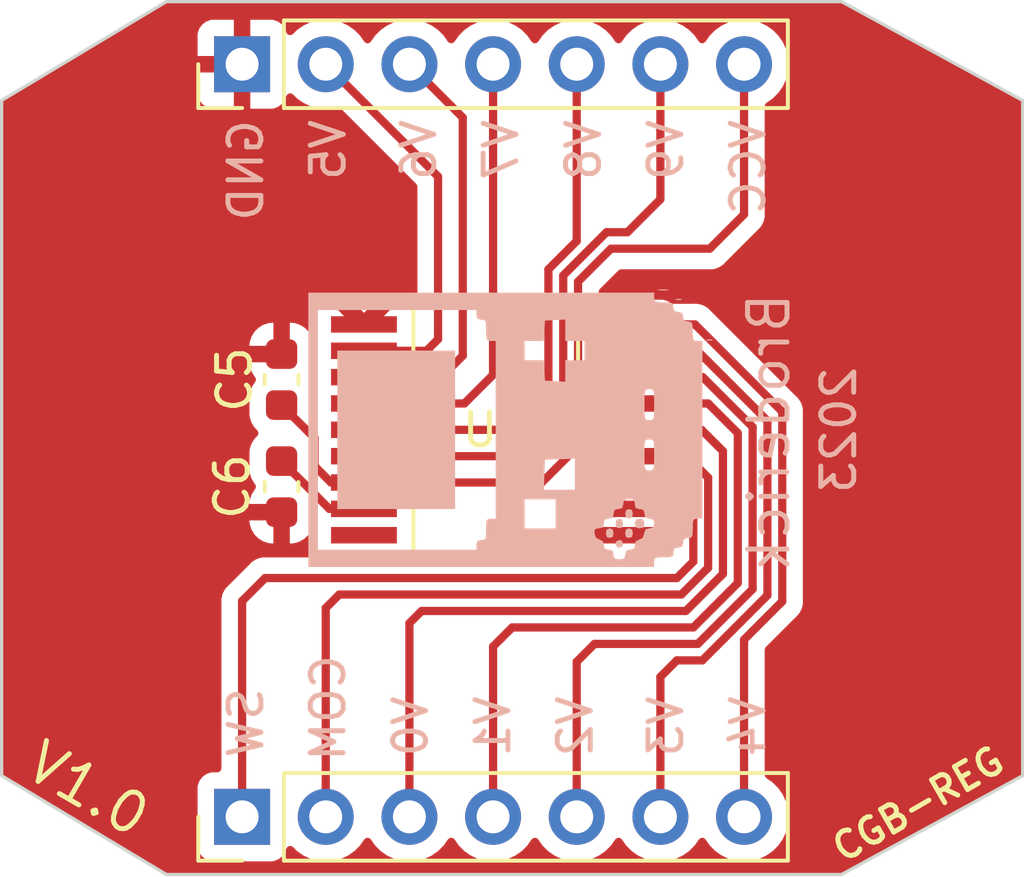
<source format=kicad_pcb>
(kicad_pcb (version 20221018) (generator pcbnew)
  (layers (0 "F.Cu" signal) (31 "B.Cu" signal) (34 "B.Paste" user) (35 "F.Paste" user) (36 "B.SilkS" user "B.Silkscreen") (37 "F.SilkS" user "F.Silkscreen") (38 "B.Mask" user) (39 "F.Mask" user) (44 "Edge.Cuts" user))
  (net 0 "")
  (net 1 "+5V")
  (net 2 "GND")
  (net 3 "Net-(U1-VDD)")
  (net 4 "SW_IN")
  (net 5 "COM")
  (net 6 "v0")
  (net 7 "v1")
  (net 8 "v2")
  (net 9 "v3")
  (net 10 "v4")
  (net 11 "v5")
  (net 12 "v6")
  (net 13 "v7")
  (net 14 "v8")
  (net 15 "v9")
  (footprint "cgb-reg-breakout:CGB-REG" (layer "F.Cu") (at 146.75 90.8 90)
    (fp_text reference "U1" (at 0 0) (layer "F.SilkS"))
    (fp_text value "~")
    (fp_line (start -3.95 -2.5) (end 3.95 -2.5) (stroke (width 0.12)) (layer "F.SilkS"))
    (fp_line (start -3.95 1.7) (end -3.95 -2.5) (stroke (width 0.12)) (layer "F.SilkS"))
    (fp_line (start -3.15 2.5) (end -3.95 1.7) (stroke (width 0.12)) (layer "F.SilkS"))
    (fp_line (start 3.95 -2.5) (end 3.95 2.5) (stroke (width 0.12)) (layer "F.SilkS"))
    (fp_line (start 3.95 2.5) (end -3.15 2.5) (stroke (width 0.12)) (layer "F.SilkS"))
    (pad "1" smd rect (at -3.2 4 90) (size 0.5 2) (layers "F.Cu" "F.Paste" "F.Mask"))
    (pad "2" smd rect (at -2.4 4 90) (size 0.5 2) (layers "F.Cu" "F.Paste" "F.Mask"))
    (pad "3" smd rect (at -1.6 4 90) (size 0.5 2) (layers "F.Cu" "F.Paste" "F.Mask") (net 4 "SW_IN"))
    (pad "4" smd rect (at -0.8 4 90) (size 0.5 2) (layers "F.Cu" "F.Paste" "F.Mask") (net 5 "COM"))
    (pad "5" smd rect (at 0 4 90) (size 0.5 2) (layers "F.Cu" "F.Paste" "F.Mask") (net 6 "v0"))
    (pad "6" smd rect (at 0.8 4 90) (size 0.5 2) (layers "F.Cu" "F.Paste" "F.Mask") (net 7 "v1"))
    (pad "7" smd rect (at 1.6 4 90) (size 0.5 2) (layers "F.Cu" "F.Paste" "F.Mask") (net 8 "v2"))
    (pad "8" smd rect (at 2.4 4 90) (size 0.5 2) (layers "F.Cu" "F.Paste" "F.Mask") (net 9 "v3"))
    (pad "9" smd rect (at 3.2 4 90) (size 0.5 2) (layers "F.Cu" "F.Paste" "F.Mask") (net 10 "v4"))
    (pad "10" smd rect (at 3.2 -4 90) (size 0.5 2) (layers "F.Cu" "F.Paste" "F.Mask") (net 2 "GND"))
    (pad "11" smd rect (at 2.4 -4 90) (size 0.5 2) (layers "F.Cu" "F.Paste" "F.Mask") (net 11 "v5"))
    (pad "12" smd rect (at 1.6 -4 90) (size 0.5 2) (layers "F.Cu" "F.Paste" "F.Mask") (net 12 "v6"))
    (pad "13" smd rect (at 0.8 -4 90) (size 0.5 2) (layers "F.Cu" "F.Paste" "F.Mask") (net 13 "v7"))
    (pad "14" smd rect (at 0 -4 90) (size 0.5 2) (layers "F.Cu" "F.Paste" "F.Mask") (net 14 "v8"))
    (pad "15" smd rect (at -0.8 -4 90) (size 0.5 2) (layers "F.Cu" "F.Paste" "F.Mask") (net 15 "v9"))
    (pad "16" smd rect (at -1.6 -4 90) (size 0.5 2) (layers "F.Cu" "F.Paste" "F.Mask") (net 1 "+5V"))
    (pad "17" smd rect (at -2.4 -4 90) (size 0.5 2) (layers "F.Cu" "F.Paste" "F.Mask") (net 3 "Net-(U1-VDD)"))
    (pad "18" smd rect (at -3.2 -4 90) (size 0.5 2) (layers "F.Cu" "F.Paste" "F.Mask"))
  )
  (footprint "Connector_PinHeader_2.54mm:PinHeader_1x07_P2.54mm_Vertical" (layer "F.Cu") (at 139.05 102.55 90)
    (fp_text reference "J1" hide)
    (fp_text value "Conn_01x07" hide)
    (fp_line (start -1.33 -1.33) (end 0 -1.33) (stroke (width 0.12)) (layer "F.SilkS"))
    (fp_line (start -1.33 0) (end -1.33 -1.33) (stroke (width 0.12)) (layer "F.SilkS"))
    (fp_line (start -1.33 1.27) (end -1.33 16.57) (stroke (width 0.12)) (layer "F.SilkS"))
    (fp_line (start -1.33 1.27) (end 1.33 1.27) (stroke (width 0.12)) (layer "F.SilkS"))
    (fp_line (start -1.33 16.57) (end 1.33 16.57) (stroke (width 0.12)) (layer "F.SilkS"))
    (fp_line (start 1.33 1.27) (end 1.33 16.57) (stroke (width 0.12)) (layer "F.SilkS"))
    (pad "1" thru_hole rect (at 0 0 90) (size 1.7 1.7) (drill 1) (layers "*.Cu" "*.Mask") (net 4 "SW_IN"))
    (pad "2" thru_hole oval (at 0 2.54 90) (size 1.7 1.7) (drill 1) (layers "*.Cu" "*.Mask") (net 5 "COM"))
    (pad "3" thru_hole oval (at 0 5.08 90) (size 1.7 1.7) (drill 1) (layers "*.Cu" "*.Mask") (net 6 "v0"))
    (pad "4" thru_hole oval (at 0 7.62 90) (size 1.7 1.7) (drill 1) (layers "*.Cu" "*.Mask") (net 7 "v1"))
    (pad "5" thru_hole oval (at 0 10.16 90) (size 1.7 1.7) (drill 1) (layers "*.Cu" "*.Mask") (net 8 "v2"))
    (pad "6" thru_hole oval (at 0 12.7 90) (size 1.7 1.7) (drill 1) (layers "*.Cu" "*.Mask") (net 9 "v3"))
    (pad "7" thru_hole oval (at 0 15.24 90) (size 1.7 1.7) (drill 1) (layers "*.Cu" "*.Mask") (net 10 "v4"))
  )
  (footprint "Connector_PinHeader_2.54mm:PinHeader_1x07_P2.54mm_Vertical" (layer "F.Cu") (at 139.05 79.7 90)
    (fp_text reference "J2" hide)
    (fp_text value "Conn_01x07" hide)
    (fp_line (start -1.33 -1.33) (end 0 -1.33) (stroke (width 0.12)) (layer "F.SilkS"))
    (fp_line (start -1.33 0) (end -1.33 -1.33) (stroke (width 0.12)) (layer "F.SilkS"))
    (fp_line (start -1.33 1.27) (end -1.33 16.57) (stroke (width 0.12)) (layer "F.SilkS"))
    (fp_line (start -1.33 1.27) (end 1.33 1.27) (stroke (width 0.12)) (layer "F.SilkS"))
    (fp_line (start -1.33 16.57) (end 1.33 16.57) (stroke (width 0.12)) (layer "F.SilkS"))
    (fp_line (start 1.33 1.27) (end 1.33 16.57) (stroke (width 0.12)) (layer "F.SilkS"))
    (pad "1" thru_hole rect (at 0 0 90) (size 1.7 1.7) (drill 1) (layers "*.Cu" "*.Mask") (net 2 "GND"))
    (pad "2" thru_hole oval (at 0 2.54 90) (size 1.7 1.7) (drill 1) (layers "*.Cu" "*.Mask") (net 11 "v5"))
    (pad "3" thru_hole oval (at 0 5.08 90) (size 1.7 1.7) (drill 1) (layers "*.Cu" "*.Mask") (net 12 "v6"))
    (pad "4" thru_hole oval (at 0 7.62 90) (size 1.7 1.7) (drill 1) (layers "*.Cu" "*.Mask") (net 13 "v7"))
    (pad "5" thru_hole oval (at 0 10.16 90) (size 1.7 1.7) (drill 1) (layers "*.Cu" "*.Mask") (net 14 "v8"))
    (pad "6" thru_hole oval (at 0 12.7 90) (size 1.7 1.7) (drill 1) (layers "*.Cu" "*.Mask") (net 15 "v9"))
    (pad "7" thru_hole oval (at 0 15.24 90) (size 1.7 1.7) (drill 1) (layers "*.Cu" "*.Mask") (net 1 "+5V"))
  )
  (footprint "Capacitor_SMD:C_0603_1608Metric" (layer "F.Cu") (at 140.25 92.525 -90)
    (fp_text reference "C6" (at 0 1.5 90) (layer "F.SilkS"))
    (fp_text value "1uF" hide)
    (fp_line (start -0.14058 -0.51) (end 0.14058 -0.51) (stroke (width 0.12)) (layer "F.SilkS"))
    (fp_line (start -0.14058 0.51) (end 0.14058 0.51) (stroke (width 0.12)) (layer "F.SilkS"))
    (pad "1" smd roundrect (at -0.775 0 270) (size 0.9 0.95) (layers "F.Cu" "F.Paste" "F.Mask") (net 3 "Net-(U1-VDD)"))
    (pad "2" smd roundrect (at 0.775 0 270) (size 0.9 0.95) (layers "F.Cu" "F.Paste" "F.Mask") (net 2 "GND"))
  )
  (footprint "Capacitor_SMD:C_0603_1608Metric" (layer "F.Cu") (at 140.25 89.275 90)
    (fp_text reference "C5" (at 0 -1.43 90) (layer "F.SilkS"))
    (fp_text value "0.01uF" hide)
    (fp_line (start -0.14058 -0.51) (end 0.14058 -0.51) (stroke (width 0.12)) (layer "F.SilkS"))
    (fp_line (start -0.14058 0.51) (end 0.14058 0.51) (stroke (width 0.12)) (layer "F.SilkS"))
    (pad "1" smd roundrect (at -0.775 0 90) (size 0.9 0.95) (layers "F.Cu" "F.Paste" "F.Mask") (net 1 "+5V"))
    (pad "2" smd roundrect (at 0.775 0 90) (size 0.9 0.95) (layers "F.Cu" "F.Paste" "F.Mask") (net 2 "GND"))
  )
  (footprint "LOGO" (layer "B.Cu") (at 146.75 90.8 -90)
    (fp_text reference "G***" hide)
    (fp_text value "LOGO" hide)
    (fp_poly (pts (xy -4.240124 -4.942954) (xy -4.230474 -5.116436) (xy -4.240925 -5.236256) (xy -4.254664 -5.259861) (xy -4.263519 -5.183004) (xy -4.26544 -5.074133) (xy -4.26105 -4.941037) (xy -4.250539 -4.902107)) (fill solid) (layer "B.SilkS"))
    (fp_poly (pts (xy -3.951167 -5.461122) (xy -3.948264 -5.471208) (xy -3.939676 -5.598989) (xy -3.950437 -5.64719) (xy -3.969695 -5.64914) (xy -3.97756 -5.557309) (xy -3.977479 -5.543418) (xy -3.969021 -5.452438)) (fill solid) (layer "B.SilkS"))
    (fp_poly (pts (xy -2.719296 -6.399691) (xy -2.716393 -6.409776) (xy -2.707805 -6.537557) (xy -2.718567 -6.585758) (xy -2.737824 -6.587708) (xy -2.745689 -6.495877) (xy -2.745609 -6.481986) (xy -2.73715 -6.391006)) (fill solid) (layer "B.SilkS"))
    (fp_poly (pts (xy 2.40508 3.021017) (xy 2.40508 1.231871) (xy 0 1.231871) (xy -2.405081 1.231871) (xy -2.405081 3.021017) (xy -2.405081 4.810162) (xy 0 4.810162) (xy 2.40508 4.810162)) (fill solid) (layer "B.SilkS"))
    (fp_poly (pts (xy 2.66673 -3.95775) (xy 2.698383 -4.047575) (xy 2.664012 -4.139573) (xy 2.551732 -4.164896) (xy 2.436733 -4.137399) (xy 2.40508 -4.047575) (xy 2.439451 -3.955576) (xy 2.551732 -3.930254)) (fill solid) (layer "B.SilkS"))
    (fp_poly (pts (xy 2.960033 -3.664448) (xy 2.991685 -3.754272) (xy 2.957315 -3.846271) (xy 2.845034 -3.871593) (xy 2.730036 -3.844096) (xy 2.698383 -3.754272) (xy 2.732754 -3.662273) (xy 2.845034 -3.636951)) (fill solid) (layer "B.SilkS"))
    (fp_poly (pts (xy 3.253335 -3.95775) (xy 3.284988 -4.047575) (xy 3.250617 -4.139573) (xy 3.138337 -4.164896) (xy 3.023338 -4.137399) (xy 2.991685 -4.047575) (xy 3.026056 -3.955576) (xy 3.138337 -3.930254)) (fill solid) (layer "B.SilkS"))
    (fp_poly (pts (xy 3.253335 -3.371145) (xy 3.284988 -3.46097) (xy 3.250617 -3.552968) (xy 3.138337 -3.578291) (xy 3.023338 -3.550794) (xy 2.991685 -3.46097) (xy 3.026056 -3.368971) (xy 3.138337 -3.343648)) (fill solid) (layer "B.SilkS"))
    (fp_poly (pts (xy 3.559009 -3.67843) (xy 3.578291 -3.754272) (xy 3.536811 -3.852312) (xy 3.46097 -3.871593) (xy 3.36293 -3.830114) (xy 3.343648 -3.754272) (xy 3.385128 -3.656232) (xy 3.46097 -3.636951)) (fill solid) (layer "B.SilkS"))
    (fp_poly (pts (xy 2.956666 -4.247784) (xy 2.991066 -4.343182) (xy 2.991685 -4.370207) (xy 2.967457 -4.481839) (xy 2.87206 -4.516239) (xy 2.845034 -4.516859) (xy 2.733402 -4.49263) (xy 2.699002 -4.397233) (xy 2.698383 -4.370207) (xy 2.722611 -4.258576) (xy 2.818009 -4.224175) (xy 2.845034 -4.223556)) (fill solid) (layer "B.SilkS"))
    (fp_poly (pts (xy 4.164896 0.439954) (xy 4.164896 -4.810161) (xy 4.018244 -4.810161) (xy 3.931208 -4.819671) (xy 3.887788 -4.868201) (xy 3.872982 -4.985755) (xy 3.871593 -5.103464) (xy 3.866838 -5.277536) (xy 3.842573 -5.364376) (xy 3.783796 -5.393988) (xy 3.724942 -5.396766) (xy 3.61331 -5.420995) (xy 3.57891 -5.516392) (xy 3.578291 -5.543418) (xy 3.554062 -5.655049) (xy 3.458665 -5.689449) (xy 3.431639 -5.690069) (xy 3.320008 -5.714297) (xy 3.285607 -5.809695) (xy 3.284988 -5.83672) (xy 3.275479 -5.923756) (xy 3.226948 -5.967176) (xy 3.109395 -5.981982) (xy 2.991685 -5.983371) (xy 2.817613 -5.988126) (xy 2.730773 -6.012391) (xy 2.701161 -6.071168) (xy 2.698383 -6.130023) (xy 2.698383 -6.276674) (xy 0 -6.276674) (xy -2.698384 -6.276674) (xy -2.698384 -6.130023) (xy -2.707893 -6.042987) (xy -2.756424 -5.999566) (xy -2.873977 -5.984761) (xy -2.991686 -5.983371) (xy -3.165758 -5.978617) (xy -3.252599 -5.954352) (xy -3.282211 -5.895575) (xy -3.284989 -5.83672) (xy -3.309217 -5.725088) (xy -3.404615 -5.690688) (xy -3.43164 -5.690069) (xy -3.543272 -5.665841) (xy -3.577672 -5.570443) (xy -3.578291 -5.543418) (xy -3.60252 -5.431786) (xy -3.697917 -5.397386) (xy -3.724943 -5.396766) (xy -3.811979 -5.387257) (xy -3.855399 -5.338727) (xy -3.870205 -5.221173) (xy -3.871594 -5.103464) (xy -3.876349 -4.929392) (xy -3.900614 -4.842551) (xy -3.959391 -4.81294) (xy -4.018245 -4.810161) (xy -4.164897 -4.810161) (xy -4.164897 -4.66351) (xy -1.231871 -4.66351) (xy -1.22687 -4.736243) (xy -1.19591 -4.779794) (xy -1.115052 -4.801643) (xy -0.960361 -4.809271) (xy -0.762587 -4.810161) (xy -0.529841 -4.808598) (xy -0.390478 -4.798923) (xy -0.32056 -4.773655) (xy -0.296151 -4.725314) (xy -0.293303 -4.66351) (xy 0.293302 -4.66351) (xy 0.298303 -4.736243) (xy 0.329264 -4.779794) (xy 0.410121 -4.801643) (xy 0.564812 -4.809271) (xy 0.762586 -4.810161) (xy 0.995332 -4.808598) (xy 1.134695 -4.798923) (xy 1.204613 -4.773655) (xy 1.229023 -4.725314) (xy 1.23187 -4.66351) (xy 1.226869 -4.590777) (xy 1.195909 -4.547226) (xy 1.115051 -4.525377) (xy 0.960361 -4.517749) (xy 0.762586 -4.516859) (xy 0.52984 -4.518421) (xy 0.390477 -4.528097) (xy 0.320559 -4.553365) (xy 0.29615 -4.601705) (xy 0.293302 -4.66351) (xy -0.293303 -4.66351) (xy -0.298304 -4.590777) (xy -0.329264 -4.547226) (xy -0.410122 -4.525377) (xy -0.564813 -4.517749) (xy -0.762587 -4.516859) (xy -0.995333 -4.518421) (xy -1.134696 -4.528097) (xy -1.204614 -4.553365) (xy -1.229024 -4.601705) (xy -1.231871 -4.66351) (xy -4.164897 -4.66351) (xy -4.164897 -4.047575) (xy 2.111778 -4.047575) (xy 2.127562 -4.173344) (xy 2.194656 -4.219353) (xy 2.258429 -4.223556) (xy 2.370061 -4.247784) (xy 2.404461 -4.343182) (xy 2.40508 -4.370207) (xy 2.429309 -4.481839) (xy 2.524706 -4.516239) (xy 2.551732 -4.516859) (xy 2.663363 -4.541087) (xy 2.697764 -4.636484) (xy 2.698383 -4.66351) (xy 2.722611 -4.775142) (xy 2.818009 -4.809542) (xy 2.845034 -4.810161) (xy 2.95695 -4.785654) (xy 2.991193 -4.690556) (xy 2.991685 -4.667406) (xy 3.01866 -4.557004) (xy 3.121313 -4.5105) (xy 3.153002 -4.50609) (xy 3.285647 -4.457484) (xy 3.333063 -4.355542) (xy 3.385221 -4.249809) (xy 3.49438 -4.223556) (xy 3.603195 -4.198333) (xy 3.636478 -4.100526) (xy 3.636951 -4.076905) (xy 3.661179 -3.965273) (xy 3.756577 -3.930873) (xy 3.783602 -3.930254) (xy 3.88841 -3.911313) (xy 3.926751 -3.830799) (xy 3.930254 -3.754272) (xy 3.91447 -3.628503) (xy 3.847375 -3.582493) (xy 3.783602 -3.578291) (xy 3.671971 -3.554062) (xy 3.63757 -3.458665) (xy 3.636951 -3.431639) (xy 3.612429 -3.31971) (xy 3.517344 -3.285475) (xy 3.49438 -3.284988) (xy 3.375283 -3.250605) (xy 3.333063 -3.153002) (xy 3.276779 -3.043646) (xy 3.153002 -3.002454) (xy 3.035982 -3.004768) (xy 2.995031 -3.07008) (xy 2.991685 -3.13444) (xy 2.968883 -3.248038) (xy 2.878019 -3.284045) (xy 2.845034 -3.284988) (xy 2.733402 -3.309216) (xy 2.699002 -3.404614) (xy 2.698383 -3.431639) (xy 2.674155 -3.543271) (xy 2.578757 -3.577671) (xy 2.551732 -3.578291) (xy 2.4401 -3.602519) (xy 2.4057 -3.697916) (xy 2.40508 -3.724942) (xy 2.380852 -3.836573) (xy 2.285455 -3.870974) (xy 2.258429 -3.871593) (xy 2.153622 -3.890534) (xy 2.11528 -3.971047) (xy 2.111778 -4.047575) (xy -4.164897 -4.047575) (xy -4.164897 -2.111778) (xy -3.349781 -2.111778) (xy -3.024082 -2.111778) (xy -2.698384 -2.111778) (xy -2.698384 -2.40508) (xy -2.698384 -2.698383) (xy -2.405081 -2.698383) (xy -2.111779 -2.698383) (xy -2.111779 -2.40508) (xy 0.874972 -2.40508) (xy 1.346724 -2.40508) (xy 1.818475 -2.40508) (xy 1.818475 -1.933329) (xy 1.818475 -1.461577) (xy 1.363856 -1.47871) (xy 0.909237 -1.495842) (xy 0.892105 -1.950461) (xy 0.874972 -2.40508) (xy -2.111779 -2.40508) (xy -2.111779 -2.111778) (xy -1.78608 -2.111778) (xy -1.460382 -2.111778) (xy -1.478113 -1.80381) (xy -1.495843 -1.495842) (xy -1.803811 -1.478112) (xy -2.111779 -1.460381) (xy -2.111779 -1.170144) (xy -2.111779 -0.879907) (xy 2.111778 -0.879907) (xy 2.111778 -1.349191) (xy 2.111778 -1.818475) (xy 2.551732 -1.818475) (xy 2.991685 -1.818475) (xy 2.991685 -1.349191) (xy 2.991685 -0.879907) (xy 2.551732 -0.879907) (xy 2.111778 -0.879907) (xy -2.111779 -0.879907) (xy -2.405081 -0.879907) (xy -2.698384 -0.879907) (xy -2.698384 -1.170144) (xy -2.698384 -1.460381) (xy -3.006352 -1.478112) (xy -3.314319 -1.495842) (xy -3.33205 -1.80381) (xy -3.349781 -2.111778) (xy -4.164897 -2.111778) (xy -4.164897 0.439954) (xy -4.164897 5.396767) (xy -3.636952 5.396767) (xy -3.636952 2.991686) (xy -3.636952 0.586606) (xy -3.490301 0.586606) (xy -3.378669 0.562377) (xy -3.344269 0.46698) (xy -3.343649 0.439954) (xy -3.335274 0.355964) (xy -3.29101 0.312231) (xy -3.182146 0.295706) (xy -3.021017 0.293303) (xy -2.836238 0.289496) (xy -2.740026 0.269376) (xy -2.703669 0.219892) (xy -2.698384 0.146652) (xy -2.698384 0) (xy 0 0) (xy 2.698383 0) (xy 2.698383 0.146652) (xy 2.706758 0.230642) (xy 2.751023 0.274375) (xy 2.859887 0.2909) (xy 3.021016 0.293303) (xy 3.205794 0.29711) (xy 3.302007 0.31723) (xy 3.338363 0.366714) (xy 3.343648 0.439954) (xy 3.367877 0.551586) (xy 3.463274 0.585986) (xy 3.4903 0.586606) (xy 3.636951 0.586606) (xy 3.636951 2.991686) (xy 3.636951 5.396767) (xy 0 5.396767) (xy -3.636952 5.396767) (xy -4.164897 5.396767) (xy -4.164897 5.69007) (xy 0 5.69007) (xy 4.164896 5.69007)) (fill solid) (layer "B.SilkS"))
  )
  (gr_line (start 136.75 77.8) (end 131.75 80.8) (stroke (width 0.1)) (layer "Edge.Cuts"))
  (gr_line (start 162.75 80.8) (end 157.25 77.8) (stroke (width 0.1)) (layer "Edge.Cuts"))
  (gr_line (start 162.75 101.3) (end 162.75 80.8) (stroke (width 0.1)) (layer "Edge.Cuts"))
  (gr_line (start 131.75 80.8) (end 131.75 101.3) (stroke (width 0.1)) (layer "Edge.Cuts"))
  (gr_line (start 157.25 77.8) (end 136.75 77.8) (stroke (width 0.1)) (layer "Edge.Cuts"))
  (gr_line (start 131.75 101.3) (end 136.75 104.3) (stroke (width 0.1)) (layer "Edge.Cuts"))
  (gr_line (start 157.25 104.3) (end 162.75 101.3) (stroke (width 0.1)) (layer "Edge.Cuts"))
  (gr_line (start 136.75 104.3) (end 157.25 104.3) (stroke (width 0.1)) (layer "Edge.Cuts"))
  (gr_text "V6" (at 145 81.3 90) (layer "B.SilkS") (effects (font (size 1 1)) (justify left bottom mirror)))
  (gr_text "V2" (at 149.75 98.8 90) (layer "B.SilkS") (effects (font (size 1 1)) (justify left bottom mirror)))
  (gr_text "Broderick" (at 155.75 86.55 90) (layer "B.SilkS") (effects (font (size 1.2 1.2)) (justify left bottom mirror)))
  (gr_text "VCC" (at 155 81.3 90) (layer "B.SilkS") (effects (font (size 1 1)) (justify left bottom mirror)))
  (gr_text "V9" (at 152.5 81.3 90) (layer "B.SilkS") (effects (font (size 1 1)) (justify left bottom mirror)))
  (gr_text "2023" (at 157.75 88.8 90) (layer "B.SilkS") (effects (font (size 1 1)) (justify left bottom mirror)))
  (gr_text "V8" (at 150 81.3 90) (layer "B.SilkS") (effects (font (size 1 1)) (justify left bottom mirror)))
  (gr_text "V1" (at 147.25 98.8 90) (layer "B.SilkS") (effects (font (size 1 1)) (justify left bottom mirror)))
  (gr_text "COM" (at 142.25 97.55 90) (layer "B.SilkS") (effects (font (size 1 1)) (justify left bottom mirror)))
  (gr_text "V5" (at 142.25 81.3 90) (layer "B.SilkS") (effects (font (size 1 1)) (justify left bottom mirror)))
  (gr_text "V4" (at 155 98.8 90) (layer "B.SilkS") (effects (font (size 1 1)) (justify left bottom mirror)))
  (gr_text "V3" (at 152.5 98.8 90) (layer "B.SilkS") (effects (font (size 1 1)) (justify left bottom mirror)))
  (gr_text "SW" (at 139.75 98.55 90) (layer "B.SilkS") (effects (font (size 1 1)) (justify left bottom mirror)))
  (gr_text "V7" (at 147.5 81.3 90) (layer "B.SilkS") (effects (font (size 1 1)) (justify left bottom mirror)))
  (gr_text "GND" (at 139.75 81.3 90) (layer "B.SilkS") (effects (font (size 1 1)) (justify left bottom mirror)))
  (gr_text "V0" (at 144.75 98.8 90) (layer "B.SilkS") (effects (font (size 1 1)) (justify left bottom mirror)))
  (gr_text "CGB-REG" (at 157.25 104.05 30) (layer "F.SilkS") (effects (font (size 0.8 0.8)) (justify left bottom)))
  (gr_text "V1.0" (at 132.25 101.3 330) (layer "F.SilkS") (effects (font (size 1.2 1.2)) (justify left bottom)))
  (segment (start 149.25 91.3) (end 149.25 86.3) (width 0.25) (layer "F.Cu") (net 1))
  (segment (start 141.25 91.05) (end 140.25 90.05) (width 0.25) (layer "F.Cu") (net 1))
  (segment (start 153.25 85.3) (end 154.29 84.26) (width 0.25) (layer "F.Cu") (net 1))
  (segment (start 141.75 92.4) (end 141.25 91.9) (width 0.25) (layer "F.Cu") (net 1))
  (segment (start 150.25 85.3) (end 153.25 85.3) (width 0.25) (layer "F.Cu") (net 1))
  (segment (start 141.25 91.9) (end 141.25 91.05) (width 0.25) (layer "F.Cu") (net 1))
  (segment (start 154.29 84.26) (end 154.29 79.7) (width 0.25) (layer "F.Cu") (net 1))
  (segment (start 149.25 86.3) (end 150.25 85.3) (width 0.25) (layer "F.Cu") (net 1))
  (segment (start 148.15 92.4) (end 149.25 91.3) (width 0.25) (layer "F.Cu") (net 1))
  (segment (start 142.75 92.4) (end 141.75 92.4) (width 0.25) (layer "F.Cu") (net 1))
  (segment (start 142.75 92.4) (end 148.15 92.4) (width 0.25) (layer "F.Cu") (net 1))
  (segment (start 142.75 93.2) (end 141.7 93.2) (width 0.25) (layer "F.Cu") (net 3))
  (segment (start 141.7 93.2) (end 140.25 91.75) (width 0.25) (layer "F.Cu") (net 3))
  (segment (start 152.1 92.4) (end 150.75 92.4) (width 0.25) (layer "F.Cu") (net 4))
  (segment (start 139.75 95.3) (end 152.25 95.3) (width 0.25) (layer "F.Cu") (net 4))
  (segment (start 139.05 102.55) (end 139.05 96) (width 0.25) (layer "F.Cu") (net 4))
  (segment (start 152.25 95.3) (end 152.75 94.8) (width 0.25) (layer "F.Cu") (net 4))
  (segment (start 139.05 96) (end 139.75 95.3) (width 0.25) (layer "F.Cu") (net 4))
  (segment (start 152.75 93.05) (end 152.1 92.4) (width 0.25) (layer "F.Cu") (net 4))
  (segment (start 152.75 94.8) (end 152.75 93.05) (width 0.25) (layer "F.Cu") (net 4))
  (segment (start 153.2 92.25) (end 152.55 91.6) (width 0.25) (layer "F.Cu") (net 5))
  (segment (start 142 95.8) (end 152.386396 95.8) (width 0.25) (layer "F.Cu") (net 5))
  (segment (start 152.55 91.6) (end 150.75 91.6) (width 0.25) (layer "F.Cu") (net 5))
  (segment (start 141.59 96.21) (end 142 95.8) (width 0.25) (layer "F.Cu") (net 5))
  (segment (start 152.386396 95.8) (end 153.2 94.986396) (width 0.25) (layer "F.Cu") (net 5))
  (segment (start 141.59 102.55) (end 141.59 96.21) (width 0.25) (layer "F.Cu") (net 5))
  (segment (start 153.2 94.986396) (end 153.2 92.25) (width 0.25) (layer "F.Cu") (net 5))
  (segment (start 153.65 91.45) (end 153 90.8) (width 0.25) (layer "F.Cu") (net 6))
  (segment (start 144.5 96.3) (end 152.522792 96.3) (width 0.25) (layer "F.Cu") (net 6))
  (segment (start 144.13 96.67) (end 144.5 96.3) (width 0.25) (layer "F.Cu") (net 6))
  (segment (start 153 90.8) (end 150.75 90.8) (width 0.25) (layer "F.Cu") (net 6))
  (segment (start 144.13 102.55) (end 144.13 96.67) (width 0.25) (layer "F.Cu") (net 6))
  (segment (start 152.522792 96.3) (end 153.65 95.172792) (width 0.25) (layer "F.Cu") (net 6))
  (segment (start 153.65 95.172792) (end 153.65 91.45) (width 0.25) (layer "F.Cu") (net 6))
  (segment (start 153.2 90) (end 150.75 90) (width 0.25) (layer "F.Cu") (net 7))
  (segment (start 154.1 95.45) (end 154.1 90.9) (width 0.25) (layer "F.Cu") (net 7))
  (segment (start 146.67 97.38) (end 147.25 96.8) (width 0.25) (layer "F.Cu") (net 7))
  (segment (start 147.25 96.8) (end 152.75 96.8) (width 0.25) (layer "F.Cu") (net 7))
  (segment (start 154.1 90.9) (end 153.2 90) (width 0.25) (layer "F.Cu") (net 7))
  (segment (start 152.75 96.8) (end 154.1 95.45) (width 0.25) (layer "F.Cu") (net 7))
  (segment (start 146.67 102.55) (end 146.67 97.38) (width 0.25) (layer "F.Cu") (net 7))
  (segment (start 154.55 95.636396) (end 154.55 90.713604) (width 0.25) (layer "F.Cu") (net 8))
  (segment (start 153.036396 89.2) (end 150.75 89.2) (width 0.25) (layer "F.Cu") (net 8))
  (segment (start 149.75 97.3) (end 152.886396 97.3) (width 0.25) (layer "F.Cu") (net 8))
  (segment (start 152.886396 97.3) (end 154.55 95.636396) (width 0.25) (layer "F.Cu") (net 8))
  (segment (start 149.21 97.84) (end 149.75 97.3) (width 0.25) (layer "F.Cu") (net 8))
  (segment (start 154.55 90.713604) (end 153.036396 89.2) (width 0.25) (layer "F.Cu") (net 8))
  (segment (start 149.21 102.55) (end 149.21 97.84) (width 0.25) (layer "F.Cu") (net 8))
  (segment (start 152.872792 88.4) (end 150.75 88.4) (width 0.25) (layer "F.Cu") (net 9))
  (segment (start 153.022792 97.8) (end 155 95.822792) (width 0.25) (layer "F.Cu") (net 9))
  (segment (start 151.75 98.3) (end 152.25 97.8) (width 0.25) (layer "F.Cu") (net 9))
  (segment (start 151.75 102.55) (end 151.75 98.3) (width 0.25) (layer "F.Cu") (net 9))
  (segment (start 152.25 97.8) (end 153.022792 97.8) (width 0.25) (layer "F.Cu") (net 9))
  (segment (start 155 95.822792) (end 155 90.527208) (width 0.25) (layer "F.Cu") (net 9))
  (segment (start 155 90.527208) (end 152.872792 88.4) (width 0.25) (layer "F.Cu") (net 9))
  (segment (start 155.45 96.009188) (end 155.45 90.25) (width 0.25) (layer "F.Cu") (net 10))
  (segment (start 154.29 97.169188) (end 155.45 96.009188) (width 0.25) (layer "F.Cu") (net 10))
  (segment (start 154.29 102.55) (end 154.29 97.169188) (width 0.25) (layer "F.Cu") (net 10))
  (segment (start 155.45 90.25) (end 152.8 87.6) (width 0.25) (layer "F.Cu") (net 10))
  (segment (start 152.8 87.6) (end 150.75 87.6) (width 0.25) (layer "F.Cu") (net 10))
  (segment (start 145 88.05) (end 145 83.11) (width 0.25) (layer "F.Cu") (net 11))
  (segment (start 144.65 88.4) (end 145 88.05) (width 0.25) (layer "F.Cu") (net 11))
  (segment (start 145 83.11) (end 141.59 79.7) (width 0.25) (layer "F.Cu") (net 11))
  (segment (start 142.75 88.4) (end 144.65 88.4) (width 0.25) (layer "F.Cu") (net 11))
  (segment (start 145.75 88.55) (end 145.75 81.32) (width 0.25) (layer "F.Cu") (net 12))
  (segment (start 145.75 81.32) (end 144.13 79.7) (width 0.25) (layer "F.Cu") (net 12))
  (segment (start 142.75 89.2) (end 145.1 89.2) (width 0.25) (layer "F.Cu") (net 12))
  (segment (start 145.1 89.2) (end 145.75 88.55) (width 0.25) (layer "F.Cu") (net 12))
  (segment (start 146.67 89.13) (end 146.67 79.7) (width 0.25) (layer "F.Cu") (net 13))
  (segment (start 145.8 90) (end 146.67 89.13) (width 0.25) (layer "F.Cu") (net 13))
  (segment (start 142.75 90) (end 145.8 90) (width 0.25) (layer "F.Cu") (net 13))
  (segment (start 149.21 85.067208) (end 149.21 79.7) (width 0.25) (layer "F.Cu") (net 14))
  (segment (start 148.35 85.927208) (end 149.21 85.067208) (width 0.25) (layer "F.Cu") (net 14))
  (segment (start 148.35 90.3) (end 148.35 85.927208) (width 0.25) (layer "F.Cu") (net 14))
  (segment (start 147.85 90.8) (end 148.35 90.3) (width 0.25) (layer "F.Cu") (net 14))
  (segment (start 142.75 90.8) (end 147.85 90.8) (width 0.25) (layer "F.Cu") (net 14))
  (segment (start 150.75 84.8) (end 151.75 83.8) (width 0.25) (layer "F.Cu") (net 15))
  (segment (start 148.8 86.113604) (end 150.113604 84.8) (width 0.25) (layer "F.Cu") (net 15))
  (segment (start 142.75 91.6) (end 148 91.6) (width 0.25) (layer "F.Cu") (net 15))
  (segment (start 150.113604 84.8) (end 150.75 84.8) (width 0.25) (layer "F.Cu") (net 15))
  (segment (start 151.75 83.8) (end 151.75 79.7) (width 0.25) (layer "F.Cu") (net 15))
  (segment (start 148.8 90.8) (end 148.8 86.113604) (width 0.25) (layer "F.Cu") (net 15))
  (segment (start 148 91.6) (end 148.8 90.8) (width 0.25) (layer "F.Cu") (net 15))
  (zone (net 2) (net_name "GND") (layer "F.Cu") (connect_pads (clearance 0.5)) (min_thickness 0.25) (fill yes (thermal_gap 0.5) (thermal_bridge_width 0.5))
    (polygon (pts (xy 136.75 77.8) (xy 157.25 77.8) (xy 162.75 80.8) (xy 162.75 101.3) (xy 157.25 104.3) (xy 136.75 104.3) (xy 131.75 101.3) (xy 131.75 80.8)))
  )
)
</source>
